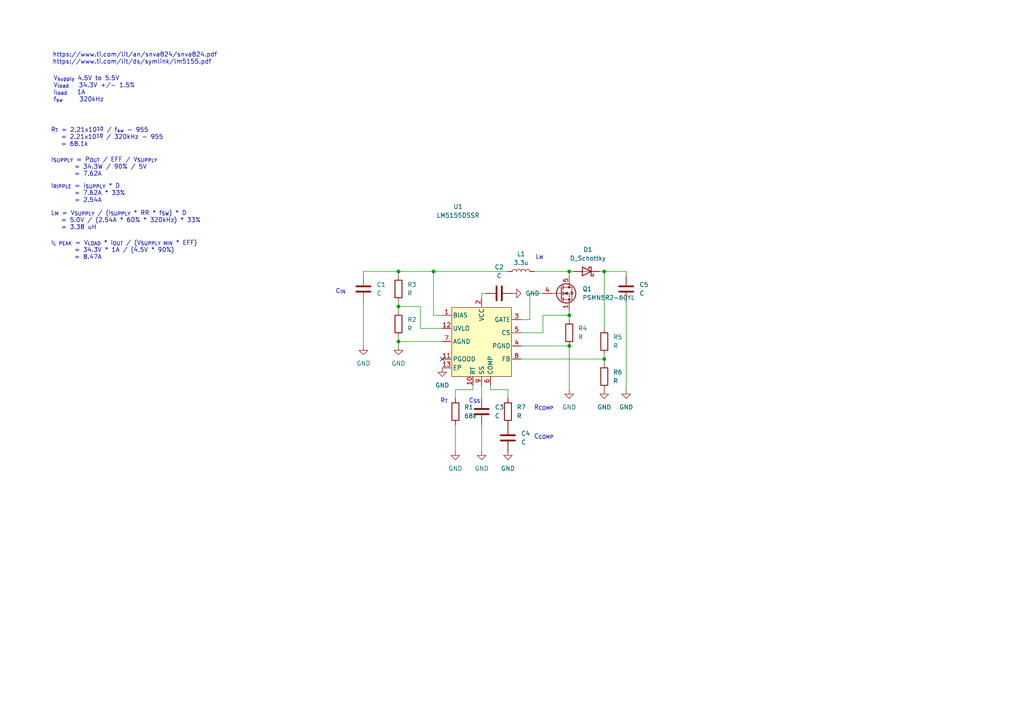
<source format=kicad_sch>
(kicad_sch (version 20231120) (generator "eeschema") (generator_version "8.0")
  (paper "A4")
  (lib_symbols
    (symbol "Device:C" (pin_numbers hide) (pin_names (offset 0.254))
      (property "Reference" "C" (at 0.635 2.54 0))
      (property "Value" "C" (at 0.635 -2.54 0))
      (symbol "C_0_1"
        (polyline (pts (xy -2.032 -0.762) (xy 2.032 -0.762)) (stroke (width 0.508)))
        (polyline (pts (xy -2.032 0.762) (xy 2.032 0.762)) (stroke (width 0.508)))
      )
      (symbol "C_1_1"
        (pin passive line (at 0 3.81 270) (length 2.794) (name "~") (number "1"))
        (pin passive line (at 0 -3.81 90) (length 2.794) (name "~") (number "2"))
      )
    )
    (symbol "Device:D_Schottky" (pin_numbers hide) (pin_names (offset 1.016) hide)
      (property "Reference" "D" (at 0 2.54 0))
      (property "Value" "D_Schottky" (at 0 -2.54 0))
      (symbol "D_Schottky_0_1"
        (polyline (pts (xy 1.27 0) (xy -1.27 0)))
        (polyline (pts (xy 1.27 1.27) (xy 1.27 -1.27) (xy -1.27 0) (xy 1.27 1.27)) (stroke (width 0.254)))
        (polyline (pts (xy -1.905 0.635) (xy -1.905 1.27) (xy -1.27 1.27) (xy -1.27 -1.27) (xy -0.635 -1.27) (xy -0.635 -0.635)) (stroke (width 0.254)))
      )
      (symbol "D_Schottky_1_1"
        (pin passive line (at -3.81 0 0) (length 2.54) (name "K") (number "1"))
        (pin passive line (at 3.81 0 180) (length 2.54) (name "A") (number "2"))
      )
    )
    (symbol "Device:L" (pin_numbers hide) (pin_names (offset 1.016) hide)
      (property "Reference" "L" (at -1.27 0 90))
      (property "Value" "L" (at 1.905 0 90))
      (symbol "L_0_1"
        (arc (start 0 -2.54) (mid 0.6323 -1.905) (end 0 -1.27))
        (arc (start 0 -1.27) (mid 0.6323 -0.635) (end 0 0))
        (arc (start 0 0) (mid 0.6323 0.635) (end 0 1.27))
        (arc (start 0 1.27) (mid 0.6323 1.905) (end 0 2.54))
      )
      (symbol "L_1_1"
        (pin passive line (at 0 3.81 270) (length 1.27) (name "1") (number "1"))
        (pin passive line (at 0 -3.81 90) (length 1.27) (name "2") (number "2"))
      )
    )
    (symbol "Device:R" (pin_numbers hide) (pin_names (offset 0))
      (property "Reference" "R" (at 2.032 0 90))
      (property "Value" "R" (at 0 0 90))
      (symbol "R_0_1"
        (rectangle (start -1.016 -2.54) (end 1.016 2.54) (stroke (width 0.254)))
      )
      (symbol "R_1_1"
        (pin passive line (at 0 3.81 270) (length 1.27) (name "~") (number "1"))
        (pin passive line (at 0 -3.81 90) (length 1.27) (name "~") (number "2"))
      )
    )
    (symbol "Transistor_FET:PSMN5R2-60YL" (pin_names hide)
      (property "Reference" "Q" (at 5.715 1.905 0))
      (property "Value" "PSMN5R2-60YL" (at 12.7 0 0))
      (symbol "PSMN5R2-60YL_0_1"
        (polyline (pts (xy 0.254 0) (xy -2.54 0)))
        (polyline (pts (xy 0.254 1.905) (xy 0.254 -1.905)) (stroke (width 0.254)))
        (polyline (pts (xy 0.762 -1.27) (xy 0.762 -2.286)) (stroke (width 0.254)))
        (polyline (pts (xy 0.762 0.508) (xy 0.762 -0.508)) (stroke (width 0.254)))
        (polyline (pts (xy 0.762 2.286) (xy 0.762 1.27)) (stroke (width 0.254)))
        (polyline (pts (xy 2.54 2.54) (xy 2.54 1.778)))
        (polyline (pts (xy 2.54 -2.54) (xy 2.54 0) (xy 0.762 0)))
        (polyline (pts (xy 0.762 -1.778) (xy 3.302 -1.778) (xy 3.302 1.778) (xy 0.762 1.778)))
        (polyline (pts (xy 1.016 0) (xy 2.032 0.381) (xy 2.032 -0.381) (xy 1.016 0)) (fill (type outline)))
        (polyline (pts (xy 2.794 0.508) (xy 2.921 0.381) (xy 3.683 0.381) (xy 3.81 0.254)))
        (polyline (pts (xy 3.302 0.381) (xy 2.921 -0.254) (xy 3.683 -0.254) (xy 3.302 0.381)))
        (circle (center 1.651 0) (radius 2.794) (stroke (width 0.254)))
        (circle (center 2.54 -1.778) (radius 0.254) (fill (type outline)))
        (circle (center 2.54 1.778) (radius 0.254) (fill (type outline)))
      )
      (symbol "PSMN5R2-60YL_1_1"
        (pin passive line (at 2.54 -5.08 90) (length 2.54) (name "S") (number "1"))
        (pin passive line (at 2.54 -5.08 90) (length 2.54) hide (name "S") (number "2"))
        (pin passive line (at 2.54 -5.08 90) (length 2.54) hide (name "S") (number "3"))
        (pin passive line (at -5.08 0 0) (length 2.54) (name "G") (number "4"))
        (pin passive line (at 2.54 5.08 270) (length 2.54) (name "D") (number "5"))
      )
    )
    (symbol "lm5155:LM5155DSSR"
      (property "Reference" "U" (at -13.97 14.732 0))
      (property "Value" "LM5155DSSR" (at -8.382 12.446 0))
      (symbol "LM5155DSSR_1_1"
        (rectangle (start -8.636 9.906) (end 8.636 -10.16) (fill (type background)))
        (pin power_in line (at -11.43 7.62 0) (length 2.54) (name "BIAS") (number "1"))
        (pin input line (at -2.54 -12.7 90) (length 2.54) (name "RT") (number "10"))
        (pin output line (at -11.43 -5.08 0) (length 2.54) (name "PGOOD") (number "11"))
        (pin input line (at -11.43 3.81 0) (length 2.54) (name "UVLO") (number "12"))
        (pin passive line (at -11.43 -7.62 0) (length 2.54) (name "EP") (number "13"))
        (pin power_in line (at 0 12.7 270) (length 2.54) (name "VCC") (number "2"))
        (pin output line (at 11.43 6.35 180) (length 2.54) (name "GATE") (number "3"))
        (pin power_in line (at 11.43 -1.27 180) (length 2.54) (name "PGND") (number "4"))
        (pin input line (at 11.43 2.54 180) (length 2.54) (name "CS") (number "5"))
        (pin output line (at 2.54 -12.7 90) (length 2.54) (name "COMP") (number "6"))
        (pin power_in line (at -11.43 0 0) (length 2.54) (name "AGND") (number "7"))
        (pin input line (at 11.43 -5.08 180) (length 2.54) (name "FB") (number "8"))
        (pin input line (at 0 -12.7 90) (length 2.54) (name "SS") (number "9"))
      )
    )
    (symbol "power:GND" (power) (pin_numbers hide) (pin_names (offset 0) hide)
      (property "Value" "GND" (at 0 -3.81 0))
      (symbol "GND_0_1"
        (polyline (pts (xy 0 0) (xy 0 -1.27) (xy 1.27 -1.27) (xy 0 -2.54) (xy -1.27 -1.27) (xy 0 -1.27)))
      )
      (symbol "GND_1_1"
        (pin power_in line (at 0 0 270) (length 0) (name "~") (number "1"))
      )
    )
  )
  (junction (at 115.57 99.06))
  (junction (at 165.1 100.33))
  (junction (at 175.26 104.14))
  (junction (at 175.26 78.74))
  (junction (at 115.57 88.9))
  (junction (at 115.57 78.74))
  (junction (at 165.1 78.74))
  (junction (at 125.73 78.74))
  (junction (at 165.1 91.44))
  (no_connect (at 128.27 104.14))
  (wire (pts (xy 165.1 78.74) (xy 165.1 80.01)))
  (wire (pts (xy 125.73 78.74) (xy 125.73 91.44)))
  (wire (pts (xy 151.13 96.52) (xy 157.48 96.52)))
  (wire (pts (xy 173.99 78.74) (xy 175.26 78.74)))
  (wire (pts (xy 181.61 78.74) (xy 175.26 78.74)))
  (wire (pts (xy 139.7 85.09) (xy 139.7 86.36)))
  (wire (pts (xy 132.08 115.57) (xy 132.08 113.03)))
  (wire (pts (xy 115.57 88.9) (xy 115.57 90.17)))
  (wire (pts (xy 132.08 113.03) (xy 137.16 113.03)))
  (wire (pts (xy 165.1 90.17) (xy 165.1 91.44)))
  (wire (pts (xy 157.48 96.52) (xy 157.48 91.44)))
  (wire (pts (xy 175.26 104.14) (xy 175.26 105.41)))
  (wire (pts (xy 147.32 115.57) (xy 147.32 113.03)))
  (wire (pts (xy 166.37 78.74) (xy 165.1 78.74)))
  (wire (pts (xy 175.26 102.87) (xy 175.26 104.14)))
  (wire (pts (xy 115.57 99.06) (xy 115.57 100.33)))
  (wire (pts (xy 105.41 100.33) (xy 105.41 87.63)))
  (wire (pts (xy 140.97 85.09) (xy 139.7 85.09)))
  (wire (pts (xy 139.7 111.76) (xy 139.7 115.57)))
  (wire (pts (xy 115.57 99.06) (xy 115.57 97.79)))
  (wire (pts (xy 125.73 91.44) (xy 128.27 91.44)))
  (wire (pts (xy 181.61 80.01) (xy 181.61 78.74)))
  (wire (pts (xy 157.48 85.09) (xy 153.67 85.09)))
  (wire (pts (xy 105.41 80.01) (xy 105.41 78.74)))
  (wire (pts (xy 115.57 87.63) (xy 115.57 88.9)))
  (wire (pts (xy 175.26 78.74) (xy 175.26 95.25)))
  (wire (pts (xy 121.92 88.9) (xy 115.57 88.9)))
  (wire (pts (xy 115.57 80.01) (xy 115.57 78.74)))
  (wire (pts (xy 139.7 130.81) (xy 139.7 123.19)))
  (wire (pts (xy 157.48 91.44) (xy 165.1 91.44)))
  (wire (pts (xy 147.32 113.03) (xy 142.24 113.03)))
  (wire (pts (xy 147.32 78.74) (xy 125.73 78.74)))
  (wire (pts (xy 132.08 130.81) (xy 132.08 123.19)))
  (wire (pts (xy 153.67 85.09) (xy 153.67 92.71)))
  (wire (pts (xy 165.1 100.33) (xy 165.1 113.03)))
  (wire (pts (xy 165.1 91.44) (xy 165.1 92.71)))
  (wire (pts (xy 115.57 99.06) (xy 128.27 99.06)))
  (wire (pts (xy 151.13 100.33) (xy 165.1 100.33)))
  (wire (pts (xy 142.24 113.03) (xy 142.24 111.76)))
  (wire (pts (xy 121.92 95.25) (xy 121.92 88.9)))
  (wire (pts (xy 128.27 95.25) (xy 121.92 95.25)))
  (wire (pts (xy 151.13 104.14) (xy 175.26 104.14)))
  (wire (pts (xy 137.16 113.03) (xy 137.16 111.76)))
  (wire (pts (xy 181.61 113.03) (xy 181.61 87.63)))
  (wire (pts (xy 154.94 78.74) (xy 165.1 78.74)))
  (wire (pts (xy 151.13 92.71) (xy 153.67 92.71)))
  (wire (pts (xy 115.57 78.74) (xy 125.73 78.74)))
  (wire (pts (xy 105.41 78.74) (xy 115.57 78.74)))
  (text "R_{COMP}" (at 157.734 118.364 0) (effects (font (size 1.27 1.27))))
  (text "L_{M}\n" (at 156.464 74.676 0) (effects (font (size 1.27 1.27))))
  (text "I_{L PEAK} = V_{LOAD} * I_{OUT} / (V_{SUPPLY MIN} * EFF)\n       = 34.3V * 1A / (4.5V * 90%)\n       = 8.47A" (at 14.732 72.644 0) (effects (font (size 1.27 1.27)) (justify left)))
  (text "C_{COMP}" (at 157.734 126.746 0) (effects (font (size 1.27 1.27))))
  (text "R_{T}" (at 128.778 116.332 0) (effects (font (size 1.27 1.27))))
  (text "C_{SS}" (at 137.668 116.332 0) (effects (font (size 1.27 1.27))))
  (text "R_{T} = 2.21x10^{10} / f_{sw} - 955\n   = 2.21x10^{10} / 320kHz - 955\n   = 68.1k\n" (at 14.732 39.878 0) (effects (font (size 1.27 1.27)) (justify left)))
  (text "C_{IN}" (at 98.806 84.582 0) (effects (font (size 1.27 1.27))))
  (text "https://www.ti.com/lit/an/snva824/snva824.pdf\nhttps://www.ti.com/lit/ds/symlink/lm5155.pdf" (at 15.24 17.018 0) (effects (font (size 1.27 1.27)) (justify left)))
  (text "I_{RIPPLE} = I_{SUPPLY} * D\n       = 7.62A * 33%\n       = 2.54A" (at 14.732 56.134 0) (effects (font (size 1.27 1.27)) (justify left)))
  (text "L_{M} = V_{SUPPLY} / (I_{SUPPLY} * RR * f_{SW}) * D\n   = 5.0V / (2.54A * 60% * 320kHz) * 33%\n   = 3.38 uH\n" (at 14.732 64.008 0) (effects (font (size 1.27 1.27)) (justify left)))
  (text "I_{SUPPLY} = P_{OUT} / EFF / V_{SUPPLY}\n       = 34.3W / 90% / 5V\n       = 7.62A" (at 14.732 48.514 0) (effects (font (size 1.27 1.27)) (justify left)))
  (text "V_{supply} 4.5V to 5.5V\nV_{load}   34.3V +/- 1.5%\nI_{load}   1A\nf_{sw}     320kHz" (at 15.494 22.098 0) (effects (font (size 1.27 1.27)) (justify left top)))
  (symbol (lib_id "Transistor_FET:PSMN5R2-60YL") (at 162.56 85.09 0) (unit 1)
    (property "Reference" "Q1" (at 168.91 83.8199 0) (effects (justify left)))
    (property "Value" "PSMN5R2-60YL" (at 168.91 86.3599 0) (effects (justify left)))
    (property "Footprint" "Package_TO_SOT_SMD:LFPAK56" (effects (hide yes)))
    (property "Datasheet" "https://assets.nexperia.com/documents/data-sheet/PSMN5R2-60YL.pdf" (effects (hide yes)))
    (property "Description" "100A, 60V Vds, N-Channel MOSFET, 5.2mOhm Ron, LFPAK56" (effects (hide yes)))
  )
  (symbol (lib_id "power:GND") (at 148.59 85.09 90) (unit 1)
    (property "Reference" "#PWR06" (effects (hide yes)))
    (property "Value" "GND" (at 152.4 85.0899 90) (effects (justify right)))
    (property "Description" "Power symbol creates a global label with name \"GND\" , ground" (effects (hide yes)))
  )
  (symbol (lib_id "Device:R") (at 132.08 119.38 0) (unit 1)
    (property "Reference" "R1" (at 134.62 118.1099 0) (effects (justify left)))
    (property "Value" "68k" (at 134.62 120.6499 0) (effects (justify left)))
    (property "Description" "Resistor" (effects (hide yes)))
  )
  (symbol (lib_id "Device:C") (at 139.7 119.38 0) (unit 1)
    (property "Reference" "C3" (at 143.51 118.1099 0) (effects (justify left)))
    (property "Value" "C" (at 143.51 120.6499 0) (effects (justify left)))
    (property "Description" "Unpolarized capacitor" (effects (hide yes)))
  )
  (symbol (lib_id "Device:C") (at 147.32 127 0) (unit 1)
    (property "Reference" "C4" (at 151.13 125.7299 0) (effects (justify left)))
    (property "Value" "C" (at 151.13 128.2699 0) (effects (justify left)))
    (property "Description" "Unpolarized capacitor" (effects (hide yes)))
  )
  (symbol (lib_id "power:GND") (at 132.08 130.81 0) (unit 1)
    (property "Reference" "#PWR05" (effects (hide yes)))
    (property "Value" "GND" (at 132.08 135.89 0))
    (property "Description" "Power symbol creates a global label with name \"GND\" , ground" (effects (hide yes)))
  )
  (symbol (lib_id "Device:R") (at 115.57 83.82 0) (unit 1)
    (property "Reference" "R3" (at 118.11 82.5499 0) (effects (justify left)))
    (property "Value" "R" (at 118.11 85.0899 0) (effects (justify left)))
    (property "Description" "Resistor" (effects (hide yes)))
  )
  (symbol (lib_id "power:GND") (at 175.26 113.03 0) (unit 1)
    (property "Reference" "#PWR02" (effects (hide yes)))
    (property "Value" "GND" (at 175.26 118.11 0))
    (property "Description" "Power symbol creates a global label with name \"GND\" , ground" (effects (hide yes)))
  )
  (symbol (lib_id "power:GND") (at 128.27 106.68 0) (unit 1)
    (property "Reference" "#PWR09" (effects (hide yes)))
    (property "Value" "GND" (at 128.27 111.76 0))
    (property "Description" "Power symbol creates a global label with name \"GND\" , ground" (effects (hide yes)))
  )
  (symbol (lib_id "power:GND") (at 181.61 113.03 0) (unit 1)
    (property "Reference" "#PWR01" (effects (hide yes)))
    (property "Value" "GND" (at 181.61 118.11 0))
    (property "Description" "Power symbol creates a global label with name \"GND\" , ground" (effects (hide yes)))
  )
  (symbol (lib_id "Device:R") (at 115.57 93.98 0) (unit 1)
    (property "Reference" "R2" (at 118.11 92.7099 0) (effects (justify left)))
    (property "Value" "R" (at 118.11 95.2499 0) (effects (justify left)))
    (property "Description" "Resistor" (effects (hide yes)))
  )
  (symbol (lib_id "power:GND") (at 115.57 100.33 0) (unit 1)
    (property "Reference" "#PWR08" (effects (hide yes)))
    (property "Value" "GND" (at 115.57 105.41 0))
    (property "Description" "Power symbol creates a global label with name \"GND\" , ground" (effects (hide yes)))
  )
  (symbol (lib_id "power:GND") (at 139.7 130.81 0) (unit 1)
    (property "Reference" "#PWR04" (effects (hide yes)))
    (property "Value" "GND" (at 139.7 135.89 0))
    (property "Description" "Power symbol creates a global label with name \"GND\" , ground" (effects (hide yes)))
  )
  (symbol (lib_id "Device:D_Schottky") (at 170.18 78.74 180) (unit 1)
    (property "Reference" "D1" (at 170.4975 72.39 0))
    (property "Value" "D_Schottky" (at 170.4975 74.93 0))
    (property "Description" "Schottky diode" (effects (hide yes)))
  )
  (symbol (lib_id "Device:C") (at 144.78 85.09 90) (unit 1)
    (property "Reference" "C2" (at 144.78 77.47 90))
    (property "Value" "C" (at 144.78 80.01 90))
    (property "Description" "Unpolarized capacitor" (effects (hide yes)))
  )
  (symbol (lib_id "power:GND") (at 147.32 130.81 0) (unit 1)
    (property "Reference" "#PWR03" (effects (hide yes)))
    (property "Value" "GND" (at 147.32 135.89 0))
    (property "Description" "Power symbol creates a global label with name \"GND\" , ground" (effects (hide yes)))
  )
  (symbol (lib_id "Device:L") (at 151.13 78.74 90) (unit 1)
    (property "Reference" "L1" (at 151.13 73.66 90))
    (property "Value" "3.3u" (at 151.13 76.2 90))
    (property "Description" "Inductor" (effects (hide yes)))
    (property "LCSC" "C24550" (effects (hide yes)))
  )
  (symbol (lib_id "Device:R") (at 165.1 96.52 0) (unit 1)
    (property "Reference" "R4" (at 167.64 95.2499 0) (effects (justify left)))
    (property "Value" "R" (at 167.64 97.7899 0) (effects (justify left)))
    (property "Description" "Resistor" (effects (hide yes)))
  )
  (symbol (lib_id "power:GND") (at 165.1 113.03 0) (unit 1)
    (property "Reference" "#PWR010" (effects (hide yes)))
    (property "Value" "GND" (at 165.1 118.11 0))
    (property "Description" "Power symbol creates a global label with name \"GND\" , ground" (effects (hide yes)))
  )
  (symbol (lib_id "Device:C") (at 181.61 83.82 0) (unit 1)
    (property "Reference" "C5" (at 185.42 82.5499 0) (effects (justify left)))
    (property "Value" "C" (at 185.42 85.0899 0) (effects (justify left)))
    (property "Description" "Unpolarized capacitor" (effects (hide yes)))
  )
  (symbol (lib_id "Device:R") (at 175.26 99.06 0) (unit 1)
    (property "Reference" "R5" (at 177.8 97.7899 0) (effects (justify left)))
    (property "Value" "R" (at 177.8 100.3299 0) (effects (justify left)))
    (property "Description" "Resistor" (effects (hide yes)))
  )
  (symbol (lib_id "power:GND") (at 105.41 100.33 0) (unit 1)
    (property "Reference" "#PWR07" (effects (hide yes)))
    (property "Value" "GND" (at 105.41 105.41 0))
    (property "Description" "Power symbol creates a global label with name \"GND\" , ground" (effects (hide yes)))
  )
  (symbol (lib_id "Device:C") (at 105.41 83.82 0) (unit 1)
    (property "Reference" "C1" (at 109.22 82.5499 0) (effects (justify left)))
    (property "Value" "C" (at 109.22 85.0899 0) (effects (justify left)))
    (property "Description" "Unpolarized capacitor" (effects (hide yes)))
  )
  (symbol (lib_id "Device:R") (at 175.26 109.22 0) (unit 1)
    (property "Reference" "R6" (at 177.8 107.9499 0) (effects (justify left)))
    (property "Value" "R" (at 177.8 110.4899 0) (effects (justify left)))
    (property "Description" "Resistor" (effects (hide yes)))
  )
  (symbol (lib_id "Device:R") (at 147.32 119.38 0) (unit 1)
    (property "Reference" "R7" (at 149.86 118.1099 0) (effects (justify left)))
    (property "Value" "R" (at 149.86 120.6499 0) (effects (justify left)))
    (property "Description" "Resistor" (effects (hide yes)))
  )
  (symbol (lib_id "lm5155:LM5155DSSR") (at 139.7 99.06 0) (unit 1)
    (property "Reference" "U1" (at 132.842 59.944 0))
    (property "Value" "LM5155DSSR" (at 132.842 62.484 0))
    (property "Footprint" "Package_SON:WSON-12-1EP_3x3mm_P0.5mm_EP1.5x2.5mm_ThermalVias" (effects (hide yes)))
    (property "Datasheet" "https://www.ti.com/lit/ds/symlink/lm5155.pdf" (effects (hide yes)))
    (property "Description" "2.2-MHz Wide Input Nonsynchronous Boost, SEPIC, Flyback Controller" (effects (hide yes)))
  )
)
</source>
